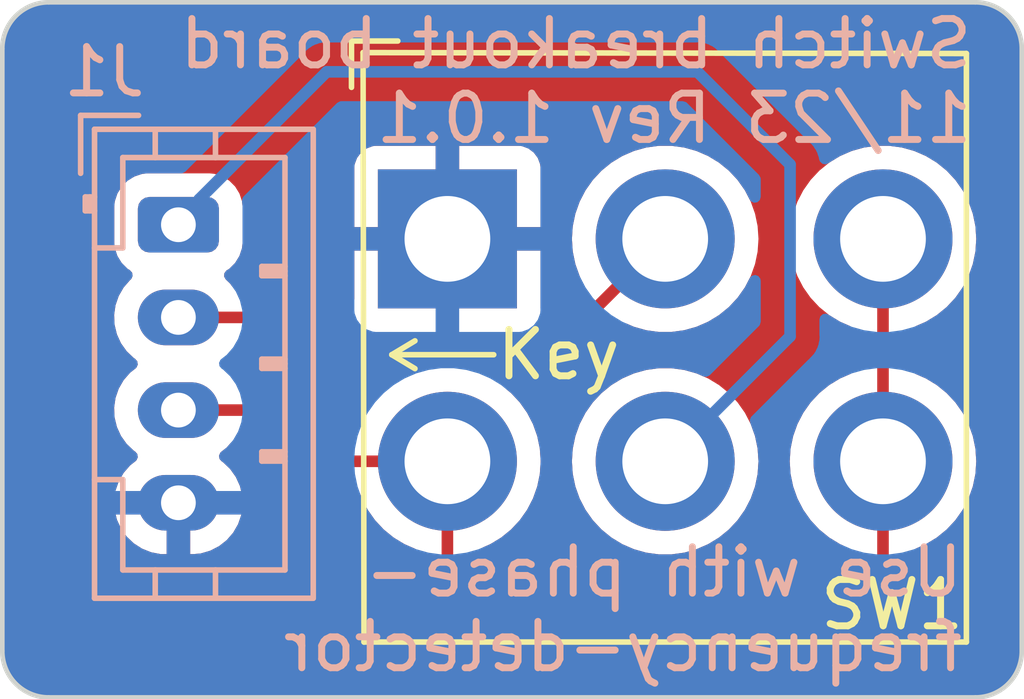
<source format=kicad_pcb>
(kicad_pcb (version 20221018) (generator pcbnew)
  (title_block (title "Switch breakout board") (date "2023-11-03") (rev "1.0.1") (company "Atoms-Photons-Quanta, Institut für Angewandte Physik, TU Darmstadt") (comment 1 "Tilman Preuschoff"))
  (layers (0 "F.Cu" signal) (31 "B.Cu" signal) (34 "B.Paste" user) (35 "F.Paste" user) (36 "B.SilkS" user "B.Silkscreen") (37 "F.SilkS" user "F.Silkscreen") (38 "B.Mask" user) (39 "F.Mask" user) (44 "Edge.Cuts" user))
  (net 0 "")
  (net 1 "Net-(J1-Pin_1)")
  (net 2 "Net-(J1-Pin_2)")
  (net 3 "Net-(J1-Pin_3)")
  (net 4 "GND")
  (footprint "footprints:SW_2P2T_Toggle_NKK_M2023SS4W03" (layer "F.Cu") (at 125.305 82.805)
    (fp_text reference "SW1" (at 8.895 10.195) (layer "F.SilkS"))
    (fp_text value "SW_DPDT")
    (fp_text user "Key" (at 1.7 4.8 unlocked) (layer "F.SilkS"))
    (fp_line (start -2.77 -0.97) (end -2.77 -1.97) (stroke (width 0.12)) (layer "F.SilkS"))
    (fp_line (start -2.5 11) (end -2.52 -1.72) (stroke (width 0.12)) (layer "F.SilkS"))
    (fp_line (start -1.9 4.8) (end -1.4 4.5) (stroke (width 0.12)) (layer "F.SilkS"))
    (fp_line (start -1.9 4.8) (end -1.4 5.1) (stroke (width 0.12)) (layer "F.SilkS"))
    (fp_line (start -1.77 -1.97) (end -2.77 -1.97) (stroke (width 0.12)) (layer "F.SilkS"))
    (fp_line (start 0.3 4.8) (end -1.9 4.8) (stroke (width 0.12)) (layer "F.SilkS"))
    (fp_line (start 10.5 -1.7) (end -2.52 -1.72) (stroke (width 0.12)) (layer "F.SilkS"))
    (fp_line (start 10.5 11) (end -2.5 11) (stroke (width 0.12)) (layer "F.SilkS"))
    (fp_line (start 10.5 11) (end 10.5 -1.7) (stroke (width 0.12)) (layer "F.SilkS"))
    (pad "1" thru_hole rect (at -0.7 2.3) (size 3 3) (drill 1.85) (layers "*.Cu" "*.Mask") (net 4 "GND"))
    (pad "2" thru_hole circle (at 4 2.3) (size 3 3) (drill 1.85) (layers "*.Cu" "*.Mask") (net 2 "Net-(J1-Pin_2)"))
    (pad "3" thru_hole circle (at 8.7 2.3) (size 3 3) (drill 1.85) (layers "*.Cu" "*.Mask") (net 3 "Net-(J1-Pin_3)"))
    (pad "4" thru_hole circle (at -0.7 7.1) (size 3 3) (drill 1.85) (layers "*.Cu" "*.Mask") (net 3 "Net-(J1-Pin_3)"))
    (pad "5" thru_hole circle (at 4 7.1) (size 3 3) (drill 1.85) (layers "*.Cu" "*.Mask") (net 1 "Net-(J1-Pin_1)"))
    (pad "6" thru_hole circle (at 8.7 7.1) (size 3 3) (drill 1.85) (layers "*.Cu" "*.Mask") (net 3 "Net-(J1-Pin_3)"))
  )
  (footprint "Connector_JST:JST_PH_B4B-PH-K_1x04_P2.00mm_Vertical" (layer "B.Cu") (at 118.8 84.8 -90)
    (fp_text reference "J1" (at -3.3 1.6) (layer "B.SilkS") (effects (justify mirror)))
    (fp_text value "Switch")
    (fp_line (start -2.36 2.11) (end -2.36 0.86) (stroke (width 0.12)) (layer "B.SilkS"))
    (fp_line (start -2.06 -2.91) (end 8.06 -2.91) (stroke (width 0.12)) (layer "B.SilkS"))
    (fp_line (start -2.06 -0.8) (end -1.45 -0.8) (stroke (width 0.12)) (layer "B.SilkS"))
    (fp_line (start -2.06 0.5) (end -1.45 0.5) (stroke (width 0.12)) (layer "B.SilkS"))
    (fp_line (start -2.06 1.81) (end -2.06 -2.91) (stroke (width 0.12)) (layer "B.SilkS"))
    (fp_line (start -1.45 -2.3) (end 7.45 -2.3) (stroke (width 0.12)) (layer "B.SilkS"))
    (fp_line (start -1.45 1.2) (end -1.45 -2.3) (stroke (width 0.12)) (layer "B.SilkS"))
    (fp_line (start -1.11 2.11) (end -2.36 2.11) (stroke (width 0.12)) (layer "B.SilkS"))
    (fp_line (start -0.6 2.01) (end -0.6 1.81) (stroke (width 0.12)) (layer "B.SilkS"))
    (fp_line (start -0.3 1.81) (end -0.3 2.01) (stroke (width 0.12)) (layer "B.SilkS"))
    (fp_line (start -0.3 1.91) (end -0.6 1.91) (stroke (width 0.12)) (layer "B.SilkS"))
    (fp_line (start -0.3 2.01) (end -0.6 2.01) (stroke (width 0.12)) (layer "B.SilkS"))
    (fp_line (start 0.5 1.2) (end -1.45 1.2) (stroke (width 0.12)) (layer "B.SilkS"))
    (fp_line (start 0.5 1.81) (end 0.5 1.2) (stroke (width 0.12)) (layer "B.SilkS"))
    (fp_line (start 0.9 -2.3) (end 0.9 -1.8) (stroke (width 0.12)) (layer "B.SilkS"))
    (fp_line (start 0.9 -1.8) (end 1.1 -1.8) (stroke (width 0.12)) (layer "B.SilkS"))
    (fp_line (start 1 -2.3) (end 1 -1.8) (stroke (width 0.12)) (layer "B.SilkS"))
    (fp_line (start 1.1 -1.8) (end 1.1 -2.3) (stroke (width 0.12)) (layer "B.SilkS"))
    (fp_line (start 2.9 -2.3) (end 2.9 -1.8) (stroke (width 0.12)) (layer "B.SilkS"))
    (fp_line (start 2.9 -1.8) (end 3.1 -1.8) (stroke (width 0.12)) (layer "B.SilkS"))
    (fp_line (start 3 -2.3) (end 3 -1.8) (stroke (width 0.12)) (layer "B.SilkS"))
    (fp_line (start 3.1 -1.8) (end 3.1 -2.3) (stroke (width 0.12)) (layer "B.SilkS"))
    (fp_line (start 4.9 -2.3) (end 4.9 -1.8) (stroke (width 0.12)) (layer "B.SilkS"))
    (fp_line (start 4.9 -1.8) (end 5.1 -1.8) (stroke (width 0.12)) (layer "B.SilkS"))
    (fp_line (start 5 -2.3) (end 5 -1.8) (stroke (width 0.12)) (layer "B.SilkS"))
    (fp_line (start 5.1 -1.8) (end 5.1 -2.3) (stroke (width 0.12)) (layer "B.SilkS"))
    (fp_line (start 5.5 1.2) (end 5.5 1.81) (stroke (width 0.12)) (layer "B.SilkS"))
    (fp_line (start 7.45 -2.3) (end 7.45 1.2) (stroke (width 0.12)) (layer "B.SilkS"))
    (fp_line (start 7.45 1.2) (end 5.5 1.2) (stroke (width 0.12)) (layer "B.SilkS"))
    (fp_line (start 8.06 -2.91) (end 8.06 1.81) (stroke (width 0.12)) (layer "B.SilkS"))
    (fp_line (start 8.06 -0.8) (end 7.45 -0.8) (stroke (width 0.12)) (layer "B.SilkS"))
    (fp_line (start 8.06 0.5) (end 7.45 0.5) (stroke (width 0.12)) (layer "B.SilkS"))
    (fp_line (start 8.06 1.81) (end -2.06 1.81) (stroke (width 0.12)) (layer "B.SilkS"))
    (pad "1" thru_hole roundrect (at 0 0 270) (size 1.2 1.75) (drill 0.75) (layers "*.Cu" "*.Mask") (roundrect_rratio 0.208333) (net 1 "Net-(J1-Pin_1)"))
    (pad "2" thru_hole oval (at 2 0 270) (size 1.2 1.75) (drill 0.75) (layers "*.Cu" "*.Mask") (net 2 "Net-(J1-Pin_2)"))
    (pad "3" thru_hole oval (at 4 0 270) (size 1.2 1.75) (drill 0.75) (layers "*.Cu" "*.Mask") (net 3 "Net-(J1-Pin_3)"))
    (pad "4" thru_hole oval (at 6 0 270) (size 1.2 1.75) (drill 0.75) (layers "*.Cu" "*.Mask") (net 4 "GND"))
  )
  (gr_arc (start 115 81) (mid 115.292893 80.292893) (end 116 80) (stroke (width 0.1)) (layer "Edge.Cuts"))
  (gr_arc (start 136 80) (mid 136.707107 80.292893) (end 137 81) (stroke (width 0.1)) (layer "Edge.Cuts"))
  (gr_arc (start 137 94) (mid 136.707107 94.707107) (end 136 95) (stroke (width 0.1)) (layer "Edge.Cuts"))
  (gr_arc (start 116 95) (mid 115.292893 94.707107) (end 115 94) (stroke (width 0.1)) (layer "Edge.Cuts"))
  (gr_line (start 116 80) (end 136 80) (stroke (width 0.1)) (layer "Edge.Cuts"))
  (gr_line (start 115 81) (end 115 94) (stroke (width 0.1)) (layer "Edge.Cuts"))
  (gr_line (start 116 95) (end 136 95) (stroke (width 0.1)) (layer "Edge.Cuts"))
  (gr_line (start 137 94) (end 137 81) (stroke (width 0.1)) (layer "Edge.Cuts"))
  (gr_text "Switch breakout board\n11/23 Rev 1.0.1" (at 136 81.7) (layer "B.SilkS") (effects (font (size 1 1)) (justify left mirror)))
  (gr_text "Use with phase-\nfrequency-detector" (at 135.8 93.1) (layer "B.SilkS") (effects (font (size 1 1)) (justify left mirror)))
  (segment (start 119.25 84.8) (end 119.25 84.25) (width 0.25) (layer "B.Cu") (net 1))
  (segment (start 119.25 84.25) (end 122 81.5) (width 0.25) (layer "B.Cu") (net 1))
  (segment (start 122 81.5) (end 130 81.5) (width 0.25) (layer "B.Cu") (net 1))
  (segment (start 132 83.5) (end 132 87.21) (width 0.25) (layer "B.Cu") (net 1))
  (segment (start 132 87.21) (end 129.305 89.905) (width 0.25) (layer "B.Cu") (net 1))
  (segment (start 130 81.5) (end 132 83.5) (width 0.25) (layer "B.Cu") (net 1))
  (segment (start 119.25 86.8) (end 121.8 86.8) (width 0.25) (layer "F.Cu") (net 2))
  (segment (start 122.5 87.5) (end 127 87.5) (width 0.25) (layer "F.Cu") (net 2))
  (segment (start 127 87.41) (end 129.305 85.105) (width 0.25) (layer "F.Cu") (net 2))
  (segment (start 127 87.5) (end 127 87.41) (width 0.25) (layer "F.Cu") (net 2))
  (segment (start 121.8 86.8) (end 122.5 87.5) (width 0.25) (layer "F.Cu") (net 2))
  (segment (start 134.005 89.905) (end 134.005 85.105) (width 0.25) (layer "F.Cu") (net 3))
  (segment (start 119.25 88.8) (end 120.3 88.8) (width 0.25) (layer "F.Cu") (net 3))
  (segment (start 124.605 89.905) (end 124.605 92.105) (width 0.25) (layer "F.Cu") (net 3))
  (segment (start 121.5 89.9) (end 121.505 89.905) (width 0.25) (layer "F.Cu") (net 3))
  (segment (start 125.5 93) (end 133 93) (width 0.25) (layer "F.Cu") (net 3))
  (segment (start 120.3 88.8) (end 121.4 89.9) (width 0.25) (layer "F.Cu") (net 3))
  (segment (start 134.005 91.995) (end 134.005 89.905) (width 0.25) (layer "F.Cu") (net 3))
  (segment (start 133 93) (end 134.005 91.995) (width 0.25) (layer "F.Cu") (net 3))
  (segment (start 121.4 89.9) (end 121.5 89.9) (width 0.25) (layer "F.Cu") (net 3))
  (segment (start 124.605 92.105) (end 125.5 93) (width 0.25) (layer "F.Cu") (net 3))
  (segment (start 121.505 89.905) (end 124.605 89.905) (width 0.25) (layer "F.Cu") (net 3))
  (zone (net 4) (net_name "GND") (layers "F&B.Cu") (connect_pads (clearance 0.508)) (min_thickness 0.254) (fill yes (thermal_gap 0.508) (thermal_bridge_width 0.508))
    (polygon (pts (xy 137 95) (xy 115 95) (xy 115 80) (xy 137 80)))
  )
)
</source>
